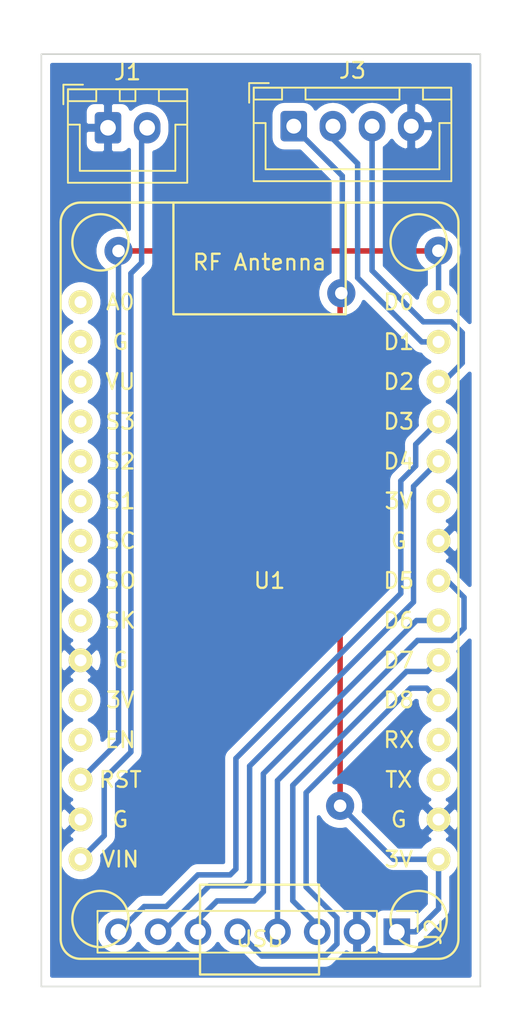
<source format=kicad_pcb>
(kicad_pcb (version 20171130) (host pcbnew 5.1.5+dfsg1-2)

  (general
    (thickness 1.6)
    (drawings 4)
    (tracks 92)
    (zones 0)
    (modules 4)
    (nets 13)
  )

  (page A4)
  (layers
    (0 F.Cu signal)
    (31 B.Cu signal)
    (32 B.Adhes user)
    (33 F.Adhes user)
    (34 B.Paste user)
    (35 F.Paste user)
    (36 B.SilkS user)
    (37 F.SilkS user)
    (38 B.Mask user)
    (39 F.Mask user)
    (40 Dwgs.User user)
    (41 Cmts.User user)
    (42 Eco1.User user)
    (43 Eco2.User user)
    (44 Edge.Cuts user)
    (45 Margin user)
    (46 B.CrtYd user)
    (47 F.CrtYd user)
    (48 B.Fab user)
    (49 F.Fab user)
  )

  (setup
    (last_trace_width 0.35)
    (user_trace_width 0.35)
    (trace_clearance 0.2)
    (zone_clearance 0.508)
    (zone_45_only no)
    (trace_min 0.2)
    (via_size 0.8)
    (via_drill 0.4)
    (via_min_size 0.4)
    (via_min_drill 0.3)
    (user_via 1.8 0.8)
    (uvia_size 0.3)
    (uvia_drill 0.1)
    (uvias_allowed no)
    (uvia_min_size 0.2)
    (uvia_min_drill 0.1)
    (edge_width 0.05)
    (segment_width 0.2)
    (pcb_text_width 0.3)
    (pcb_text_size 1.5 1.5)
    (mod_edge_width 0.12)
    (mod_text_size 1 1)
    (mod_text_width 0.15)
    (pad_size 1.524 1.524)
    (pad_drill 0.762)
    (pad_to_mask_clearance 0.051)
    (solder_mask_min_width 0.25)
    (aux_axis_origin 0 0)
    (visible_elements FFFFFF7F)
    (pcbplotparams
      (layerselection 0x010fc_ffffffff)
      (usegerberextensions false)
      (usegerberattributes false)
      (usegerberadvancedattributes false)
      (creategerberjobfile false)
      (excludeedgelayer true)
      (linewidth 0.100000)
      (plotframeref false)
      (viasonmask false)
      (mode 1)
      (useauxorigin false)
      (hpglpennumber 1)
      (hpglpenspeed 20)
      (hpglpendiameter 15.000000)
      (psnegative false)
      (psa4output false)
      (plotreference true)
      (plotvalue true)
      (plotinvisibletext false)
      (padsonsilk false)
      (subtractmaskfromsilk false)
      (outputformat 1)
      (mirror false)
      (drillshape 1)
      (scaleselection 1)
      (outputdirectory ""))
  )

  (net 0 "")
  (net 1 GND)
  (net 2 +BATT)
  (net 3 +3V3)
  (net 4 /DIN)
  (net 5 /CLK)
  (net 6 /CS)
  (net 7 /DC)
  (net 8 /RST)
  (net 9 /BUSY)
  (net 10 /BUT1)
  (net 11 /BUT2)
  (net 12 /RST_WUP)

  (net_class Default "Ceci est la Netclass par défaut."
    (clearance 0.2)
    (trace_width 0.25)
    (via_dia 0.8)
    (via_drill 0.4)
    (uvia_dia 0.3)
    (uvia_drill 0.1)
    (add_net +3V3)
    (add_net +BATT)
    (add_net /BUSY)
    (add_net /BUT1)
    (add_net /BUT2)
    (add_net /CLK)
    (add_net /CS)
    (add_net /DC)
    (add_net /DIN)
    (add_net /RST)
    (add_net /RST_WUP)
    (add_net GND)
    (add_net "Net-(U1-Pad18)")
    (add_net "Net-(U1-Pad19)")
  )

  (module Connector_PinHeader_2.54mm:PinHeader_1x08_P2.54mm_Vertical (layer F.Cu) (tedit 59FED5CC) (tstamp 5DEDAB0F)
    (at 148.8694 131.9149 270)
    (descr "Through hole straight pin header, 1x08, 2.54mm pitch, single row")
    (tags "Through hole pin header THT 1x08 2.54mm single row")
    (path /5DE2FD57)
    (fp_text reference J2 (at 0 -2.33 90) (layer F.SilkS)
      (effects (font (size 1 1) (thickness 0.15)))
    )
    (fp_text value CONN_EPAPER (at 0 20.11 90) (layer F.Fab)
      (effects (font (size 1 1) (thickness 0.15)))
    )
    (fp_line (start -0.635 -1.27) (end 1.27 -1.27) (layer F.Fab) (width 0.1))
    (fp_line (start 1.27 -1.27) (end 1.27 19.05) (layer F.Fab) (width 0.1))
    (fp_line (start 1.27 19.05) (end -1.27 19.05) (layer F.Fab) (width 0.1))
    (fp_line (start -1.27 19.05) (end -1.27 -0.635) (layer F.Fab) (width 0.1))
    (fp_line (start -1.27 -0.635) (end -0.635 -1.27) (layer F.Fab) (width 0.1))
    (fp_line (start -1.33 19.11) (end 1.33 19.11) (layer F.SilkS) (width 0.12))
    (fp_line (start -1.33 1.27) (end -1.33 19.11) (layer F.SilkS) (width 0.12))
    (fp_line (start 1.33 1.27) (end 1.33 19.11) (layer F.SilkS) (width 0.12))
    (fp_line (start -1.33 1.27) (end 1.33 1.27) (layer F.SilkS) (width 0.12))
    (fp_line (start -1.33 0) (end -1.33 -1.33) (layer F.SilkS) (width 0.12))
    (fp_line (start -1.33 -1.33) (end 0 -1.33) (layer F.SilkS) (width 0.12))
    (fp_line (start -1.8 -1.8) (end -1.8 19.55) (layer F.CrtYd) (width 0.05))
    (fp_line (start -1.8 19.55) (end 1.8 19.55) (layer F.CrtYd) (width 0.05))
    (fp_line (start 1.8 19.55) (end 1.8 -1.8) (layer F.CrtYd) (width 0.05))
    (fp_line (start 1.8 -1.8) (end -1.8 -1.8) (layer F.CrtYd) (width 0.05))
    (fp_text user %R (at 0 8.89) (layer F.Fab)
      (effects (font (size 1 1) (thickness 0.15)))
    )
    (pad 1 thru_hole rect (at 0 0 270) (size 1.7 1.7) (drill 1) (layers *.Cu *.Mask)
      (net 3 +3V3))
    (pad 2 thru_hole oval (at 0 2.54 270) (size 1.7 1.7) (drill 1) (layers *.Cu *.Mask)
      (net 1 GND))
    (pad 3 thru_hole oval (at 0 5.08 270) (size 1.7 1.7) (drill 1) (layers *.Cu *.Mask)
      (net 4 /DIN))
    (pad 4 thru_hole oval (at 0 7.62 270) (size 1.7 1.7) (drill 1) (layers *.Cu *.Mask)
      (net 5 /CLK))
    (pad 5 thru_hole oval (at 0 10.16 270) (size 1.7 1.7) (drill 1) (layers *.Cu *.Mask)
      (net 6 /CS))
    (pad 6 thru_hole oval (at 0 12.7 270) (size 1.7 1.7) (drill 1) (layers *.Cu *.Mask)
      (net 7 /DC))
    (pad 7 thru_hole oval (at 0 15.24 270) (size 1.7 1.7) (drill 1) (layers *.Cu *.Mask)
      (net 8 /RST))
    (pad 8 thru_hole oval (at 0 17.78 270) (size 1.7 1.7) (drill 1) (layers *.Cu *.Mask)
      (net 9 /BUSY))
    (model ${KISYS3DMOD}/Connector_PinHeader_2.54mm.3dshapes/PinHeader_1x08_P2.54mm_Vertical.wrl
      (at (xyz 0 0 0))
      (scale (xyz 1 1 1))
      (rotate (xyz 0 0 0))
    )
  )

  (module Connector_JST:JST_XH_B2B-XH-A_1x02_P2.50mm_Vertical (layer F.Cu) (tedit 5C28146C) (tstamp 5DEDA013)
    (at 130.429 80.6069)
    (descr "JST XH series connector, B2B-XH-A (http://www.jst-mfg.com/product/pdf/eng/eXH.pdf), generated with kicad-footprint-generator")
    (tags "connector JST XH vertical")
    (path /5DE2849D)
    (fp_text reference J1 (at 1.25 -3.55) (layer F.SilkS)
      (effects (font (size 1 1) (thickness 0.15)))
    )
    (fp_text value CONN_POWER (at 1.25 4.6) (layer F.Fab)
      (effects (font (size 1 1) (thickness 0.15)))
    )
    (fp_line (start -2.45 -2.35) (end -2.45 3.4) (layer F.Fab) (width 0.1))
    (fp_line (start -2.45 3.4) (end 4.95 3.4) (layer F.Fab) (width 0.1))
    (fp_line (start 4.95 3.4) (end 4.95 -2.35) (layer F.Fab) (width 0.1))
    (fp_line (start 4.95 -2.35) (end -2.45 -2.35) (layer F.Fab) (width 0.1))
    (fp_line (start -2.56 -2.46) (end -2.56 3.51) (layer F.SilkS) (width 0.12))
    (fp_line (start -2.56 3.51) (end 5.06 3.51) (layer F.SilkS) (width 0.12))
    (fp_line (start 5.06 3.51) (end 5.06 -2.46) (layer F.SilkS) (width 0.12))
    (fp_line (start 5.06 -2.46) (end -2.56 -2.46) (layer F.SilkS) (width 0.12))
    (fp_line (start -2.95 -2.85) (end -2.95 3.9) (layer F.CrtYd) (width 0.05))
    (fp_line (start -2.95 3.9) (end 5.45 3.9) (layer F.CrtYd) (width 0.05))
    (fp_line (start 5.45 3.9) (end 5.45 -2.85) (layer F.CrtYd) (width 0.05))
    (fp_line (start 5.45 -2.85) (end -2.95 -2.85) (layer F.CrtYd) (width 0.05))
    (fp_line (start -0.625 -2.35) (end 0 -1.35) (layer F.Fab) (width 0.1))
    (fp_line (start 0 -1.35) (end 0.625 -2.35) (layer F.Fab) (width 0.1))
    (fp_line (start 0.75 -2.45) (end 0.75 -1.7) (layer F.SilkS) (width 0.12))
    (fp_line (start 0.75 -1.7) (end 1.75 -1.7) (layer F.SilkS) (width 0.12))
    (fp_line (start 1.75 -1.7) (end 1.75 -2.45) (layer F.SilkS) (width 0.12))
    (fp_line (start 1.75 -2.45) (end 0.75 -2.45) (layer F.SilkS) (width 0.12))
    (fp_line (start -2.55 -2.45) (end -2.55 -1.7) (layer F.SilkS) (width 0.12))
    (fp_line (start -2.55 -1.7) (end -0.75 -1.7) (layer F.SilkS) (width 0.12))
    (fp_line (start -0.75 -1.7) (end -0.75 -2.45) (layer F.SilkS) (width 0.12))
    (fp_line (start -0.75 -2.45) (end -2.55 -2.45) (layer F.SilkS) (width 0.12))
    (fp_line (start 3.25 -2.45) (end 3.25 -1.7) (layer F.SilkS) (width 0.12))
    (fp_line (start 3.25 -1.7) (end 5.05 -1.7) (layer F.SilkS) (width 0.12))
    (fp_line (start 5.05 -1.7) (end 5.05 -2.45) (layer F.SilkS) (width 0.12))
    (fp_line (start 5.05 -2.45) (end 3.25 -2.45) (layer F.SilkS) (width 0.12))
    (fp_line (start -2.55 -0.2) (end -1.8 -0.2) (layer F.SilkS) (width 0.12))
    (fp_line (start -1.8 -0.2) (end -1.8 2.75) (layer F.SilkS) (width 0.12))
    (fp_line (start -1.8 2.75) (end 1.25 2.75) (layer F.SilkS) (width 0.12))
    (fp_line (start 5.05 -0.2) (end 4.3 -0.2) (layer F.SilkS) (width 0.12))
    (fp_line (start 4.3 -0.2) (end 4.3 2.75) (layer F.SilkS) (width 0.12))
    (fp_line (start 4.3 2.75) (end 1.25 2.75) (layer F.SilkS) (width 0.12))
    (fp_line (start -1.6 -2.75) (end -2.85 -2.75) (layer F.SilkS) (width 0.12))
    (fp_line (start -2.85 -2.75) (end -2.85 -1.5) (layer F.SilkS) (width 0.12))
    (fp_text user %R (at 1.25 2.7) (layer F.Fab)
      (effects (font (size 1 1) (thickness 0.15)))
    )
    (pad 1 thru_hole roundrect (at 0 0) (size 1.7 2) (drill 1) (layers *.Cu *.Mask) (roundrect_rratio 0.147059)
      (net 1 GND))
    (pad 2 thru_hole oval (at 2.5 0) (size 1.7 2) (drill 1) (layers *.Cu *.Mask)
      (net 2 +BATT))
    (model ${KISYS3DMOD}/Connector_JST.3dshapes/JST_XH_B2B-XH-A_1x02_P2.50mm_Vertical.wrl
      (at (xyz 0 0 0))
      (scale (xyz 1 1 1))
      (rotate (xyz 0 0 0))
    )
  )

  (module Connector_JST:JST_XH_B4B-XH-A_1x04_P2.50mm_Vertical (layer F.Cu) (tedit 5C28146C) (tstamp 5DEDA06D)
    (at 142.2908 80.5053)
    (descr "JST XH series connector, B4B-XH-A (http://www.jst-mfg.com/product/pdf/eng/eXH.pdf), generated with kicad-footprint-generator")
    (tags "connector JST XH vertical")
    (path /5DED7CB0)
    (fp_text reference J3 (at 3.75 -3.55) (layer F.SilkS)
      (effects (font (size 1 1) (thickness 0.15)))
    )
    (fp_text value CONN_EXT (at 3.75 4.6) (layer F.Fab)
      (effects (font (size 1 1) (thickness 0.15)))
    )
    (fp_line (start -2.45 -2.35) (end -2.45 3.4) (layer F.Fab) (width 0.1))
    (fp_line (start -2.45 3.4) (end 9.95 3.4) (layer F.Fab) (width 0.1))
    (fp_line (start 9.95 3.4) (end 9.95 -2.35) (layer F.Fab) (width 0.1))
    (fp_line (start 9.95 -2.35) (end -2.45 -2.35) (layer F.Fab) (width 0.1))
    (fp_line (start -2.56 -2.46) (end -2.56 3.51) (layer F.SilkS) (width 0.12))
    (fp_line (start -2.56 3.51) (end 10.06 3.51) (layer F.SilkS) (width 0.12))
    (fp_line (start 10.06 3.51) (end 10.06 -2.46) (layer F.SilkS) (width 0.12))
    (fp_line (start 10.06 -2.46) (end -2.56 -2.46) (layer F.SilkS) (width 0.12))
    (fp_line (start -2.95 -2.85) (end -2.95 3.9) (layer F.CrtYd) (width 0.05))
    (fp_line (start -2.95 3.9) (end 10.45 3.9) (layer F.CrtYd) (width 0.05))
    (fp_line (start 10.45 3.9) (end 10.45 -2.85) (layer F.CrtYd) (width 0.05))
    (fp_line (start 10.45 -2.85) (end -2.95 -2.85) (layer F.CrtYd) (width 0.05))
    (fp_line (start -0.625 -2.35) (end 0 -1.35) (layer F.Fab) (width 0.1))
    (fp_line (start 0 -1.35) (end 0.625 -2.35) (layer F.Fab) (width 0.1))
    (fp_line (start 0.75 -2.45) (end 0.75 -1.7) (layer F.SilkS) (width 0.12))
    (fp_line (start 0.75 -1.7) (end 6.75 -1.7) (layer F.SilkS) (width 0.12))
    (fp_line (start 6.75 -1.7) (end 6.75 -2.45) (layer F.SilkS) (width 0.12))
    (fp_line (start 6.75 -2.45) (end 0.75 -2.45) (layer F.SilkS) (width 0.12))
    (fp_line (start -2.55 -2.45) (end -2.55 -1.7) (layer F.SilkS) (width 0.12))
    (fp_line (start -2.55 -1.7) (end -0.75 -1.7) (layer F.SilkS) (width 0.12))
    (fp_line (start -0.75 -1.7) (end -0.75 -2.45) (layer F.SilkS) (width 0.12))
    (fp_line (start -0.75 -2.45) (end -2.55 -2.45) (layer F.SilkS) (width 0.12))
    (fp_line (start 8.25 -2.45) (end 8.25 -1.7) (layer F.SilkS) (width 0.12))
    (fp_line (start 8.25 -1.7) (end 10.05 -1.7) (layer F.SilkS) (width 0.12))
    (fp_line (start 10.05 -1.7) (end 10.05 -2.45) (layer F.SilkS) (width 0.12))
    (fp_line (start 10.05 -2.45) (end 8.25 -2.45) (layer F.SilkS) (width 0.12))
    (fp_line (start -2.55 -0.2) (end -1.8 -0.2) (layer F.SilkS) (width 0.12))
    (fp_line (start -1.8 -0.2) (end -1.8 2.75) (layer F.SilkS) (width 0.12))
    (fp_line (start -1.8 2.75) (end 3.75 2.75) (layer F.SilkS) (width 0.12))
    (fp_line (start 10.05 -0.2) (end 9.3 -0.2) (layer F.SilkS) (width 0.12))
    (fp_line (start 9.3 -0.2) (end 9.3 2.75) (layer F.SilkS) (width 0.12))
    (fp_line (start 9.3 2.75) (end 3.75 2.75) (layer F.SilkS) (width 0.12))
    (fp_line (start -1.6 -2.75) (end -2.85 -2.75) (layer F.SilkS) (width 0.12))
    (fp_line (start -2.85 -2.75) (end -2.85 -1.5) (layer F.SilkS) (width 0.12))
    (fp_text user %R (at 3.75 2.7) (layer F.Fab)
      (effects (font (size 1 1) (thickness 0.15)))
    )
    (pad 1 thru_hole roundrect (at 0 0) (size 1.7 1.95) (drill 0.95) (layers *.Cu *.Mask) (roundrect_rratio 0.147059)
      (net 3 +3V3))
    (pad 2 thru_hole oval (at 2.5 0) (size 1.7 1.95) (drill 0.95) (layers *.Cu *.Mask)
      (net 10 /BUT1))
    (pad 3 thru_hole oval (at 5 0) (size 1.7 1.95) (drill 0.95) (layers *.Cu *.Mask)
      (net 11 /BUT2))
    (pad 4 thru_hole oval (at 7.5 0) (size 1.7 1.95) (drill 0.95) (layers *.Cu *.Mask)
      (net 1 GND))
    (model ${KISYS3DMOD}/Connector_JST.3dshapes/JST_XH_B4B-XH-A_1x04_P2.50mm_Vertical.wrl
      (at (xyz 0 0 0))
      (scale (xyz 1 1 1))
      (rotate (xyz 0 0 0))
    )
  )

  (module ESP8266:ESP12F-Devkit-V3 (layer F.Cu) (tedit 5D62B7F7) (tstamp 5DEDA0C3)
    (at 140.105201 110.780901)
    (path /5DE274F7)
    (fp_text reference U1 (at 0.635 -1.27) (layer F.SilkS)
      (effects (font (size 1 1) (thickness 0.15)))
    )
    (fp_text value "NodeMCU_1.0_(ESP-12E)" (at 0 -6.35) (layer F.Fab)
      (effects (font (size 1 1) (thickness 0.15)))
    )
    (fp_line (start 11.43 22.86) (end 3.81 22.86) (layer F.SilkS) (width 0.15))
    (fp_text user USB (at 0 21.59) (layer F.SilkS)
      (effects (font (size 1 1) (thickness 0.15)))
    )
    (fp_text user "RF Antenna" (at 0 -21.59) (layer F.SilkS)
      (effects (font (size 1 1) (thickness 0.15)))
    )
    (fp_line (start 5.5 -18.27) (end -5.5 -18.27) (layer F.SilkS) (width 0.15))
    (fp_line (start 5.5 -25.4) (end 5.5 -18.27) (layer F.SilkS) (width 0.15))
    (fp_line (start -5.5 -18.27) (end -5.5 -25.4) (layer F.SilkS) (width 0.15))
    (fp_line (start -3.8 23.86) (end -3.8 18.13) (layer F.SilkS) (width 0.15))
    (fp_line (start -3.8 18.13) (end 3.8 18.13) (layer F.SilkS) (width 0.15))
    (fp_line (start 3.8 18.13) (end 3.8 23.86) (layer F.SilkS) (width 0.15))
    (fp_line (start 3.8 23.86) (end -3.8 23.86) (layer F.SilkS) (width 0.15))
    (fp_arc (start -11.43 -24.13) (end -12.7 -24.13) (angle 90) (layer F.SilkS) (width 0.15))
    (fp_arc (start 11.43 -24.13) (end 11.43 -25.4) (angle 90) (layer F.SilkS) (width 0.15))
    (fp_arc (start 11.43 21.59) (end 12.7 21.59) (angle 90) (layer F.SilkS) (width 0.15))
    (fp_arc (start -11.43 21.59) (end -11.43 22.86) (angle 90) (layer F.SilkS) (width 0.15))
    (fp_line (start 12.7 -24.13) (end 12.7 21.59) (layer F.SilkS) (width 0.15))
    (fp_line (start -12.7 -24.13) (end -12.7 21.59) (layer F.SilkS) (width 0.15))
    (fp_line (start -3.81 22.86) (end -11.43 22.86) (layer F.SilkS) (width 0.15))
    (fp_text user VIN (at -8.89 16.51) (layer F.SilkS)
      (effects (font (size 1 1) (thickness 0.15)))
    )
    (fp_text user G (at -8.89 13.97) (layer F.SilkS)
      (effects (font (size 1 1) (thickness 0.15)))
    )
    (fp_text user RST (at -8.89 11.43) (layer F.SilkS)
      (effects (font (size 1 1) (thickness 0.15)))
    )
    (fp_text user EN (at -8.89 8.89) (layer F.SilkS)
      (effects (font (size 1 1) (thickness 0.15)))
    )
    (fp_text user 3V (at -8.89 6.35) (layer F.SilkS)
      (effects (font (size 1 1) (thickness 0.15)))
    )
    (fp_text user G (at -8.89 3.81) (layer F.SilkS)
      (effects (font (size 1 1) (thickness 0.15)))
    )
    (fp_text user SK (at -8.89 1.27) (layer F.SilkS)
      (effects (font (size 1 1) (thickness 0.15)))
    )
    (fp_text user SO (at -8.89 -1.27) (layer F.SilkS)
      (effects (font (size 1 1) (thickness 0.15)))
    )
    (fp_text user SC (at -8.89 -3.81) (layer F.SilkS)
      (effects (font (size 1 1) (thickness 0.15)))
    )
    (fp_text user S1 (at -8.89 -6.35) (layer F.SilkS)
      (effects (font (size 1 1) (thickness 0.15)))
    )
    (fp_text user S2 (at -8.89 -8.89) (layer F.SilkS)
      (effects (font (size 1 1) (thickness 0.15)))
    )
    (fp_text user S3 (at -8.89 -11.43) (layer F.SilkS)
      (effects (font (size 1 1) (thickness 0.15)))
    )
    (fp_text user VU (at -8.89 -13.97) (layer F.SilkS)
      (effects (font (size 1 1) (thickness 0.15)))
    )
    (fp_text user G (at -8.89 -16.51) (layer F.SilkS)
      (effects (font (size 1 1) (thickness 0.15)))
    )
    (fp_text user A0 (at -8.89 -19.05) (layer F.SilkS)
      (effects (font (size 1 1) (thickness 0.15)))
    )
    (fp_text user 3V (at 8.89 16.51) (layer F.SilkS)
      (effects (font (size 1 1) (thickness 0.15)))
    )
    (fp_text user G (at 8.89 13.97) (layer F.SilkS)
      (effects (font (size 1 1) (thickness 0.15)))
    )
    (fp_text user TX (at 8.89 11.43) (layer F.SilkS)
      (effects (font (size 1 1) (thickness 0.15)))
    )
    (fp_text user RX (at 8.89 8.89) (layer F.SilkS)
      (effects (font (size 1 1) (thickness 0.15)))
    )
    (fp_text user D8 (at 8.89 6.35) (layer F.SilkS)
      (effects (font (size 1 1) (thickness 0.15)))
    )
    (fp_text user D7 (at 8.89 3.81) (layer F.SilkS)
      (effects (font (size 1 1) (thickness 0.15)))
    )
    (fp_text user D6 (at 8.89 1.27) (layer F.SilkS)
      (effects (font (size 1 1) (thickness 0.15)))
    )
    (fp_text user D5 (at 8.89 -1.27) (layer F.SilkS)
      (effects (font (size 1 1) (thickness 0.15)))
    )
    (fp_text user G (at 8.89 -3.81) (layer F.SilkS)
      (effects (font (size 1 1) (thickness 0.15)))
    )
    (fp_text user 3V (at 8.89 -6.35) (layer F.SilkS)
      (effects (font (size 1 1) (thickness 0.15)))
    )
    (fp_text user D4 (at 8.89 -8.89) (layer F.SilkS)
      (effects (font (size 1 1) (thickness 0.15)))
    )
    (fp_text user D3 (at 8.89 -11.43) (layer F.SilkS)
      (effects (font (size 1 1) (thickness 0.15)))
    )
    (fp_text user D2 (at 8.89 -13.97) (layer F.SilkS)
      (effects (font (size 1 1) (thickness 0.15)))
    )
    (fp_text user D1 (at 8.89 -16.51) (layer F.SilkS)
      (effects (font (size 1 1) (thickness 0.15)))
    )
    (fp_text user D0 (at 8.89 -19.05) (layer F.SilkS)
      (effects (font (size 1 1) (thickness 0.15)))
    )
    (fp_circle (center 10.16 20.32) (end 11.43 19.05) (layer F.SilkS) (width 0.15))
    (fp_circle (center -10.16 20.32) (end -8.89 19.05) (layer F.SilkS) (width 0.15))
    (fp_circle (center -10.16 -22.86) (end -8.89 -24.13) (layer F.SilkS) (width 0.15))
    (fp_circle (center 10.16 -22.86) (end 11.43 -24.13) (layer F.SilkS) (width 0.15))
    (fp_line (start 11.43 -25.4) (end -11.43 -25.4) (layer F.SilkS) (width 0.15))
    (pad 1 thru_hole circle (at -11.43 -19.05) (size 1.524 1.524) (drill 0.762) (layers *.Cu *.Mask F.SilkS))
    (pad 2 thru_hole circle (at -11.43 -16.51) (size 1.524 1.524) (drill 0.762) (layers *.Cu *.Mask F.SilkS))
    (pad 3 thru_hole circle (at -11.43 -13.97) (size 1.524 1.524) (drill 0.762) (layers *.Cu *.Mask F.SilkS))
    (pad 4 thru_hole circle (at -11.43 -11.43) (size 1.524 1.524) (drill 0.762) (layers *.Cu *.Mask F.SilkS))
    (pad 5 thru_hole circle (at -11.43 -8.89) (size 1.524 1.524) (drill 0.762) (layers *.Cu *.Mask F.SilkS))
    (pad 6 thru_hole circle (at -11.43 -6.35) (size 1.524 1.524) (drill 0.762) (layers *.Cu *.Mask F.SilkS))
    (pad 7 thru_hole circle (at -11.43 -3.81) (size 1.524 1.524) (drill 0.762) (layers *.Cu *.Mask F.SilkS))
    (pad 8 thru_hole circle (at -11.43 -1.27) (size 1.524 1.524) (drill 0.762) (layers *.Cu *.Mask F.SilkS))
    (pad 9 thru_hole circle (at -11.43 1.27) (size 1.524 1.524) (drill 0.762) (layers *.Cu *.Mask F.SilkS))
    (pad 10 thru_hole circle (at -11.43 3.81) (size 1.524 1.524) (drill 0.762) (layers *.Cu *.Mask F.SilkS)
      (net 1 GND))
    (pad 11 thru_hole circle (at -11.43 6.35) (size 1.524 1.524) (drill 0.762) (layers *.Cu *.Mask F.SilkS)
      (net 3 +3V3))
    (pad 12 thru_hole circle (at -11.43 8.89) (size 1.524 1.524) (drill 0.762) (layers *.Cu *.Mask F.SilkS))
    (pad 13 thru_hole circle (at -11.43 11.43) (size 1.524 1.524) (drill 0.762) (layers *.Cu *.Mask F.SilkS)
      (net 12 /RST_WUP))
    (pad 14 thru_hole circle (at -11.43 13.97) (size 1.524 1.524) (drill 0.762) (layers *.Cu *.Mask F.SilkS)
      (net 1 GND))
    (pad 15 thru_hole circle (at -11.43 16.51) (size 1.524 1.524) (drill 0.762) (layers *.Cu *.Mask F.SilkS)
      (net 2 +BATT))
    (pad 16 thru_hole circle (at 11.43 16.51) (size 1.524 1.524) (drill 0.762) (layers *.Cu *.Mask F.SilkS)
      (net 3 +3V3))
    (pad 17 thru_hole circle (at 11.43 13.97) (size 1.524 1.524) (drill 0.762) (layers *.Cu *.Mask F.SilkS)
      (net 1 GND))
    (pad 18 thru_hole circle (at 11.43 11.43) (size 1.524 1.524) (drill 0.762) (layers *.Cu *.Mask F.SilkS))
    (pad 19 thru_hole circle (at 11.43 8.89) (size 1.524 1.524) (drill 0.762) (layers *.Cu *.Mask F.SilkS))
    (pad 20 thru_hole circle (at 11.43 6.35) (size 1.524 1.524) (drill 0.762) (layers *.Cu *.Mask F.SilkS)
      (net 6 /CS))
    (pad 21 thru_hole circle (at 11.43 3.81) (size 1.524 1.524) (drill 0.762) (layers *.Cu *.Mask F.SilkS)
      (net 4 /DIN))
    (pad 22 thru_hole circle (at 11.43 1.27) (size 1.524 1.524) (drill 0.762) (layers *.Cu *.Mask F.SilkS)
      (net 7 /DC))
    (pad 23 thru_hole circle (at 11.43 -1.27) (size 1.524 1.524) (drill 0.762) (layers *.Cu *.Mask F.SilkS)
      (net 5 /CLK))
    (pad 24 thru_hole circle (at 11.43 -3.81) (size 1.524 1.524) (drill 0.762) (layers *.Cu *.Mask F.SilkS)
      (net 1 GND))
    (pad 25 thru_hole circle (at 11.43 -6.35) (size 1.524 1.524) (drill 0.762) (layers *.Cu *.Mask F.SilkS)
      (net 3 +3V3))
    (pad 26 thru_hole circle (at 11.43 -8.89) (size 1.524 1.524) (drill 0.762) (layers *.Cu *.Mask F.SilkS)
      (net 8 /RST))
    (pad 27 thru_hole circle (at 11.43 -11.43) (size 1.524 1.524) (drill 0.762) (layers *.Cu *.Mask F.SilkS)
      (net 9 /BUSY))
    (pad 28 thru_hole circle (at 11.43 -13.97) (size 1.524 1.524) (drill 0.762) (layers *.Cu *.Mask F.SilkS)
      (net 11 /BUT2))
    (pad 29 thru_hole circle (at 11.43 -16.51) (size 1.524 1.524) (drill 0.762) (layers *.Cu *.Mask F.SilkS)
      (net 10 /BUT1))
    (pad 30 thru_hole circle (at 11.43 -19.05) (size 1.524 1.524) (drill 0.762) (layers *.Cu *.Mask F.SilkS)
      (net 12 /RST_WUP))
  )

  (gr_line (start 154.2034 75.9079) (end 154.2034 135.4074) (layer Edge.Cuts) (width 0.1))
  (gr_line (start 126.1745 75.9079) (end 154.2034 75.9079) (layer Edge.Cuts) (width 0.1))
  (gr_line (start 126.1745 135.4074) (end 126.1745 75.9079) (layer Edge.Cuts) (width 0.1))
  (gr_line (start 154.2034 135.4074) (end 126.1745 135.4074) (layer Edge.Cuts) (width 0.1))

  (segment (start 132.5753 89.2175) (end 132.5753 80.9606) (width 0.35) (layer B.Cu) (net 2))
  (segment (start 130.1877 125.778402) (end 130.1877 122.1486) (width 0.35) (layer B.Cu) (net 2))
  (segment (start 132.5753 80.9606) (end 132.929 80.6069) (width 0.35) (layer B.Cu) (net 2))
  (segment (start 128.675201 127.290901) (end 130.1877 125.778402) (width 0.35) (layer B.Cu) (net 2))
  (segment (start 130.1877 122.1486) (end 131.8895 120.4468) (width 0.35) (layer B.Cu) (net 2))
  (segment (start 131.8895 120.4468) (end 131.8895 89.9033) (width 0.35) (layer B.Cu) (net 2))
  (segment (start 131.8895 89.9033) (end 132.5753 89.2175) (width 0.35) (layer B.Cu) (net 2))
  (segment (start 150.0694 131.9149) (end 148.8694 131.9149) (width 0.35) (layer B.Cu) (net 3))
  (segment (start 151.535201 130.449099) (end 150.0694 131.9149) (width 0.35) (layer B.Cu) (net 3))
  (segment (start 151.535201 127.290901) (end 151.535201 130.449099) (width 0.35) (layer B.Cu) (net 3))
  (via (at 145.2499 123.8758) (size 1.8) (drill 0.8) (layers F.Cu B.Cu) (net 3))
  (segment (start 151.535201 127.290901) (end 148.665001 127.290901) (width 0.35) (layer B.Cu) (net 3))
  (segment (start 148.665001 127.290901) (end 145.2499 123.8758) (width 0.35) (layer B.Cu) (net 3))
  (via (at 145.3261 91.1606) (size 1.8) (drill 0.8) (layers F.Cu B.Cu) (net 3))
  (segment (start 145.2499 91.2368) (end 145.3261 91.1606) (width 0.35) (layer F.Cu) (net 3))
  (segment (start 145.2499 123.8758) (end 145.2499 91.2368) (width 0.35) (layer F.Cu) (net 3))
  (segment (start 142.2908 80.5053) (end 142.2908 80.5815) (width 0.35) (layer B.Cu) (net 3))
  (segment (start 145.3896 91.0971) (end 145.3261 91.1606) (width 0.35) (layer B.Cu) (net 3))
  (segment (start 145.3896 83.6803) (end 145.3896 91.0971) (width 0.35) (layer B.Cu) (net 3))
  (segment (start 142.2908 80.5815) (end 145.3896 83.6803) (width 0.35) (layer B.Cu) (net 3))
  (segment (start 143.7894 131.4958) (end 143.7894 131.9149) (width 0.35) (layer B.Cu) (net 4))
  (segment (start 150.822802 115.3033) (end 149.4917 115.3033) (width 0.35) (layer B.Cu) (net 4))
  (segment (start 151.535201 114.590901) (end 150.822802 115.3033) (width 0.35) (layer B.Cu) (net 4))
  (segment (start 149.4917 115.3033) (end 142.2273 122.5677) (width 0.35) (layer B.Cu) (net 4))
  (segment (start 142.2273 122.5677) (end 142.2273 129.9337) (width 0.35) (layer B.Cu) (net 4))
  (segment (start 142.2273 129.9337) (end 143.7894 131.4958) (width 0.35) (layer B.Cu) (net 4))
  (segment (start 141.2494 130.712819) (end 141.2494 131.9149) (width 0.35) (layer B.Cu) (net 5))
  (segment (start 141.2494 122.2629) (end 141.2494 130.712819) (width 0.35) (layer B.Cu) (net 5))
  (segment (start 151.535201 109.510901) (end 152.094001 109.510901) (width 0.35) (layer B.Cu) (net 5))
  (segment (start 152.094001 109.510901) (end 153.162 110.5789) (width 0.35) (layer B.Cu) (net 5))
  (segment (start 153.162 110.5789) (end 153.162 112.5347) (width 0.35) (layer B.Cu) (net 5))
  (segment (start 153.162 112.5347) (end 152.3746 113.3221) (width 0.35) (layer B.Cu) (net 5))
  (segment (start 150.1902 113.3221) (end 141.2494 122.2629) (width 0.35) (layer B.Cu) (net 5))
  (segment (start 152.3746 113.3221) (end 150.1902 113.3221) (width 0.35) (layer B.Cu) (net 5))
  (segment (start 140.2588 133.4643) (end 139.559399 132.764899) (width 0.35) (layer B.Cu) (net 6))
  (segment (start 144.272 133.4643) (end 140.2588 133.4643) (width 0.35) (layer B.Cu) (net 6))
  (segment (start 145.0467 131.0259) (end 145.0467 132.6896) (width 0.35) (layer B.Cu) (net 6))
  (segment (start 150.7744 116.3701) (end 149.7457 116.3701) (width 0.35) (layer B.Cu) (net 6))
  (segment (start 145.0467 132.6896) (end 144.272 133.4643) (width 0.35) (layer B.Cu) (net 6))
  (segment (start 151.535201 117.130901) (end 150.7744 116.3701) (width 0.35) (layer B.Cu) (net 6))
  (segment (start 149.7457 116.3701) (end 143.0782 123.0376) (width 0.35) (layer B.Cu) (net 6))
  (segment (start 143.0782 123.0376) (end 143.0782 129.0574) (width 0.35) (layer B.Cu) (net 6))
  (segment (start 139.559399 132.764899) (end 138.7094 131.9149) (width 0.35) (layer B.Cu) (net 6))
  (segment (start 143.0782 129.0574) (end 145.0467 131.0259) (width 0.35) (layer B.Cu) (net 6))
  (segment (start 136.1694 131.1656) (end 136.1694 131.9149) (width 0.35) (layer B.Cu) (net 7))
  (segment (start 150.127899 112.050901) (end 140.3477 121.8311) (width 0.35) (layer B.Cu) (net 7))
  (segment (start 151.535201 112.050901) (end 150.127899 112.050901) (width 0.35) (layer B.Cu) (net 7))
  (segment (start 140.3477 129.3622) (end 139.7635 129.9464) (width 0.35) (layer B.Cu) (net 7))
  (segment (start 140.3477 121.8311) (end 140.3477 129.3622) (width 0.35) (layer B.Cu) (net 7))
  (segment (start 137.3886 129.9464) (end 136.1694 131.1656) (width 0.35) (layer B.Cu) (net 7))
  (segment (start 139.7635 129.9464) (end 137.3886 129.9464) (width 0.35) (layer B.Cu) (net 7))
  (segment (start 133.9596 131.9149) (end 133.6294 131.9149) (width 0.35) (layer B.Cu) (net 8))
  (segment (start 136.8933 128.9812) (end 133.9596 131.9149) (width 0.35) (layer B.Cu) (net 8))
  (segment (start 151.535201 101.890901) (end 149.9362 103.489902) (width 0.35) (layer B.Cu) (net 8))
  (segment (start 139.1793 128.9812) (end 136.8933 128.9812) (width 0.35) (layer B.Cu) (net 8))
  (segment (start 149.9362 103.489902) (end 149.9362 110.871) (width 0.35) (layer B.Cu) (net 8))
  (segment (start 149.9362 110.871) (end 139.4714 121.3358) (width 0.35) (layer B.Cu) (net 8))
  (segment (start 139.4714 121.3358) (end 139.4714 128.6891) (width 0.35) (layer B.Cu) (net 8))
  (segment (start 139.4714 128.6891) (end 139.1793 128.9812) (width 0.35) (layer B.Cu) (net 8))
  (segment (start 149.1234 110.3249) (end 138.5951 120.8532) (width 0.35) (layer B.Cu) (net 9))
  (segment (start 150.0759 100.810202) (end 150.0759 102.1842) (width 0.35) (layer B.Cu) (net 9))
  (segment (start 149.1234 103.1367) (end 149.1234 110.3249) (width 0.35) (layer B.Cu) (net 9))
  (segment (start 150.0759 102.1842) (end 149.1234 103.1367) (width 0.35) (layer B.Cu) (net 9))
  (segment (start 132.7404 130.302) (end 131.1275 131.9149) (width 0.35) (layer B.Cu) (net 9))
  (segment (start 138.2268 128.2827) (end 136.1694 128.2827) (width 0.35) (layer B.Cu) (net 9))
  (segment (start 151.535201 99.350901) (end 150.0759 100.810202) (width 0.35) (layer B.Cu) (net 9))
  (segment (start 138.5951 120.8532) (end 138.5951 127.9144) (width 0.35) (layer B.Cu) (net 9))
  (segment (start 136.1694 128.2827) (end 134.1501 130.302) (width 0.35) (layer B.Cu) (net 9))
  (segment (start 131.1275 131.9149) (end 131.0894 131.9149) (width 0.35) (layer B.Cu) (net 9))
  (segment (start 134.1501 130.302) (end 132.7404 130.302) (width 0.35) (layer B.Cu) (net 9))
  (segment (start 138.5951 127.9144) (end 138.2268 128.2827) (width 0.35) (layer B.Cu) (net 9))
  (segment (start 144.7908 81.3162) (end 144.7908 80.5053) (width 0.35) (layer B.Cu) (net 10))
  (segment (start 146.3675 82.8929) (end 144.7908 81.3162) (width 0.35) (layer B.Cu) (net 10))
  (segment (start 146.3675 90.18083) (end 146.3675 82.8929) (width 0.35) (layer B.Cu) (net 10))
  (segment (start 151.535201 94.270901) (end 150.457571 94.270901) (width 0.35) (layer B.Cu) (net 10))
  (segment (start 150.457571 94.270901) (end 146.3675 90.18083) (width 0.35) (layer B.Cu) (net 10))
  (segment (start 147.2908 81.8303) (end 147.2908 80.5053) (width 0.35) (layer B.Cu) (net 11))
  (segment (start 147.2908 89.7217) (end 147.2908 81.8303) (width 0.35) (layer B.Cu) (net 11))
  (segment (start 151.855099 96.810901) (end 153.0477 95.6183) (width 0.35) (layer B.Cu) (net 11))
  (segment (start 151.535201 96.810901) (end 151.855099 96.810901) (width 0.35) (layer B.Cu) (net 11))
  (segment (start 153.0477 95.6183) (end 153.0477 93.6879) (width 0.35) (layer B.Cu) (net 11))
  (segment (start 153.0477 93.6879) (end 152.3492 92.9894) (width 0.35) (layer B.Cu) (net 11))
  (segment (start 150.5585 92.9894) (end 147.2908 89.7217) (width 0.35) (layer B.Cu) (net 11))
  (segment (start 152.3492 92.9894) (end 150.5585 92.9894) (width 0.35) (layer B.Cu) (net 11))
  (via (at 131.1021 88.4682) (size 1.8) (drill 0.8) (layers F.Cu B.Cu) (net 12))
  (segment (start 131.1021 119.784002) (end 128.675201 122.210901) (width 0.35) (layer B.Cu) (net 12))
  (segment (start 131.1021 88.4682) (end 131.1021 119.784002) (width 0.35) (layer B.Cu) (net 12))
  (via (at 151.523698 88.4555) (size 1.8) (drill 0.8) (layers F.Cu B.Cu) (net 12))
  (segment (start 151.535201 91.730901) (end 151.535201 88.467003) (width 0.35) (layer B.Cu) (net 12))
  (segment (start 151.535201 88.467003) (end 151.523698 88.4555) (width 0.35) (layer B.Cu) (net 12))
  (segment (start 151.510998 88.4682) (end 151.523698 88.4555) (width 0.35) (layer F.Cu) (net 12))
  (segment (start 131.1021 88.4682) (end 151.510998 88.4682) (width 0.35) (layer F.Cu) (net 12))

  (zone (net 1) (net_name GND) (layer B.Cu) (tstamp 0) (hatch edge 0.508)
    (connect_pads (clearance 0.508))
    (min_thickness 0.254)
    (fill yes (arc_segments 32) (thermal_gap 0.508) (thermal_bridge_width 0.508))
    (polygon
      (pts
        (xy 155.9814 137.8077) (xy 123.5329 137.8077) (xy 123.5329 72.8345) (xy 124.5489 72.8345) (xy 155.9814 72.4535)
      )
    )
    (filled_polygon
      (pts
        (xy 153.5184 93.013087) (xy 152.950099 92.444787) (xy 152.924728 92.413872) (xy 152.805079 92.31568) (xy 152.878515 92.138391)
        (xy 152.932201 91.868493) (xy 152.932201 91.593309) (xy 152.878515 91.323411) (xy 152.773206 91.069174) (xy 152.620321 90.840366)
        (xy 152.425736 90.645781) (xy 152.345201 90.591969) (xy 152.345201 89.752718) (xy 152.502203 89.647812) (xy 152.71601 89.434005)
        (xy 152.883997 89.182595) (xy 152.999709 88.903243) (xy 153.058698 88.606684) (xy 153.058698 88.304316) (xy 152.999709 88.007757)
        (xy 152.883997 87.728405) (xy 152.71601 87.476995) (xy 152.502203 87.263188) (xy 152.250793 87.095201) (xy 151.971441 86.979489)
        (xy 151.674882 86.9205) (xy 151.372514 86.9205) (xy 151.075955 86.979489) (xy 150.796603 87.095201) (xy 150.545193 87.263188)
        (xy 150.331386 87.476995) (xy 150.163399 87.728405) (xy 150.047687 88.007757) (xy 149.988698 88.304316) (xy 149.988698 88.606684)
        (xy 150.047687 88.903243) (xy 150.163399 89.182595) (xy 150.331386 89.434005) (xy 150.545193 89.647812) (xy 150.725202 89.76809)
        (xy 150.725201 90.591969) (xy 150.644666 90.645781) (xy 150.450081 90.840366) (xy 150.297196 91.069174) (xy 150.191887 91.323411)
        (xy 150.166359 91.451747) (xy 148.1008 89.386188) (xy 148.1008 81.881169) (xy 148.119814 81.871006) (xy 148.345934 81.685434)
        (xy 148.531506 81.459314) (xy 148.545262 81.433578) (xy 148.701751 81.639729) (xy 148.919607 81.832796) (xy 149.170942 81.979652)
        (xy 149.43391 82.071776) (xy 149.6638 81.950455) (xy 149.6638 80.6323) (xy 149.9178 80.6323) (xy 149.9178 81.950455)
        (xy 150.14769 82.071776) (xy 150.410658 81.979652) (xy 150.661993 81.832796) (xy 150.879849 81.639729) (xy 151.055853 81.40787)
        (xy 151.183242 81.14613) (xy 151.25712 80.864567) (xy 151.116965 80.6323) (xy 149.9178 80.6323) (xy 149.6638 80.6323)
        (xy 149.6438 80.6323) (xy 149.6438 80.3783) (xy 149.6638 80.3783) (xy 149.6638 79.060145) (xy 149.9178 79.060145)
        (xy 149.9178 80.3783) (xy 151.116965 80.3783) (xy 151.25712 80.146033) (xy 151.183242 79.86447) (xy 151.055853 79.60273)
        (xy 150.879849 79.370871) (xy 150.661993 79.177804) (xy 150.410658 79.030948) (xy 150.14769 78.938824) (xy 149.9178 79.060145)
        (xy 149.6638 79.060145) (xy 149.43391 78.938824) (xy 149.170942 79.030948) (xy 148.919607 79.177804) (xy 148.701751 79.370871)
        (xy 148.545262 79.577022) (xy 148.531506 79.551286) (xy 148.345934 79.325166) (xy 148.119813 79.139594) (xy 147.861833 79.001701)
        (xy 147.58191 78.916787) (xy 147.2908 78.888115) (xy 146.999689 78.916787) (xy 146.719766 79.001701) (xy 146.461786 79.139594)
        (xy 146.235666 79.325166) (xy 146.050094 79.551287) (xy 146.0408 79.568674) (xy 146.031506 79.551286) (xy 145.845934 79.325166)
        (xy 145.619813 79.139594) (xy 145.361833 79.001701) (xy 145.08191 78.916787) (xy 144.7908 78.888115) (xy 144.499689 78.916787)
        (xy 144.219766 79.001701) (xy 143.961786 79.139594) (xy 143.735666 79.325166) (xy 143.683577 79.388637) (xy 143.629205 79.286914)
        (xy 143.518762 79.152338) (xy 143.384186 79.041895) (xy 143.23065 78.959828) (xy 143.064054 78.909292) (xy 142.8908 78.892228)
        (xy 141.6908 78.892228) (xy 141.517546 78.909292) (xy 141.35095 78.959828) (xy 141.197414 79.041895) (xy 141.062838 79.152338)
        (xy 140.952395 79.286914) (xy 140.870328 79.44045) (xy 140.819792 79.607046) (xy 140.802728 79.7803) (xy 140.802728 81.2303)
        (xy 140.819792 81.403554) (xy 140.870328 81.57015) (xy 140.952395 81.723686) (xy 141.062838 81.858262) (xy 141.197414 81.968705)
        (xy 141.35095 82.050772) (xy 141.517546 82.101308) (xy 141.6908 82.118372) (xy 142.68216 82.118372) (xy 144.5796 84.015812)
        (xy 144.579601 89.813266) (xy 144.347595 89.968288) (xy 144.133788 90.182095) (xy 143.965801 90.433505) (xy 143.850089 90.712857)
        (xy 143.7911 91.009416) (xy 143.7911 91.311784) (xy 143.850089 91.608343) (xy 143.965801 91.887695) (xy 144.133788 92.139105)
        (xy 144.347595 92.352912) (xy 144.599005 92.520899) (xy 144.878357 92.636611) (xy 145.174916 92.6956) (xy 145.477284 92.6956)
        (xy 145.773843 92.636611) (xy 146.053195 92.520899) (xy 146.304605 92.352912) (xy 146.518412 92.139105) (xy 146.686399 91.887695)
        (xy 146.757412 91.716255) (xy 149.856676 94.815519) (xy 149.882043 94.846429) (xy 149.912951 94.871794) (xy 150.005381 94.94765)
        (xy 150.080595 94.987852) (xy 150.146098 95.022864) (xy 150.298783 95.069181) (xy 150.394754 95.078633) (xy 150.450081 95.161436)
        (xy 150.644666 95.356021) (xy 150.873474 95.508906) (xy 150.950716 95.540901) (xy 150.873474 95.572896) (xy 150.644666 95.725781)
        (xy 150.450081 95.920366) (xy 150.297196 96.149174) (xy 150.191887 96.403411) (xy 150.138201 96.673309) (xy 150.138201 96.948493)
        (xy 150.191887 97.218391) (xy 150.297196 97.472628) (xy 150.450081 97.701436) (xy 150.644666 97.896021) (xy 150.873474 98.048906)
        (xy 150.950716 98.080901) (xy 150.873474 98.112896) (xy 150.644666 98.265781) (xy 150.450081 98.460366) (xy 150.297196 98.689174)
        (xy 150.191887 98.943411) (xy 150.138201 99.213309) (xy 150.138201 99.488493) (xy 150.157097 99.583492) (xy 149.531287 100.209303)
        (xy 149.500372 100.234674) (xy 149.430603 100.319689) (xy 149.399151 100.358013) (xy 149.358949 100.433227) (xy 149.323937 100.49873)
        (xy 149.27762 100.651415) (xy 149.273405 100.694215) (xy 149.261981 100.810202) (xy 149.2659 100.849991) (xy 149.265901 101.848687)
        (xy 148.578787 102.535801) (xy 148.547872 102.561172) (xy 148.486144 102.636389) (xy 148.446651 102.684511) (xy 148.422967 102.728821)
        (xy 148.371437 102.825228) (xy 148.32512 102.977913) (xy 148.314318 103.087587) (xy 148.309481 103.1367) (xy 148.3134 103.176488)
        (xy 148.313401 109.989386) (xy 138.050488 120.2523) (xy 138.019572 120.277672) (xy 137.952394 120.35953) (xy 137.918351 120.401011)
        (xy 137.893877 120.4468) (xy 137.843137 120.541728) (xy 137.79682 120.694413) (xy 137.7851 120.813409) (xy 137.781181 120.8532)
        (xy 137.7851 120.892988) (xy 137.785101 127.4727) (xy 136.209187 127.4727) (xy 136.169399 127.468781) (xy 136.129611 127.4727)
        (xy 136.129609 127.4727) (xy 136.010612 127.48442) (xy 135.857927 127.530737) (xy 135.717211 127.605951) (xy 135.593872 127.707172)
        (xy 135.568507 127.73808) (xy 133.814588 129.492) (xy 132.780187 129.492) (xy 132.740399 129.488081) (xy 132.700611 129.492)
        (xy 132.700609 129.492) (xy 132.581612 129.50372) (xy 132.428927 129.550037) (xy 132.368956 129.582092) (xy 132.28821 129.625251)
        (xy 132.248368 129.657949) (xy 132.164872 129.726472) (xy 132.139507 129.75738) (xy 131.428608 130.46828) (xy 131.23566 130.4299)
        (xy 130.94314 130.4299) (xy 130.656242 130.486968) (xy 130.385989 130.59891) (xy 130.142768 130.761425) (xy 129.935925 130.968268)
        (xy 129.77341 131.211489) (xy 129.661468 131.481742) (xy 129.6044 131.76864) (xy 129.6044 132.06116) (xy 129.661468 132.348058)
        (xy 129.77341 132.618311) (xy 129.935925 132.861532) (xy 130.142768 133.068375) (xy 130.385989 133.23089) (xy 130.656242 133.342832)
        (xy 130.94314 133.3999) (xy 131.23566 133.3999) (xy 131.522558 133.342832) (xy 131.792811 133.23089) (xy 132.036032 133.068375)
        (xy 132.242875 132.861532) (xy 132.3594 132.68714) (xy 132.475925 132.861532) (xy 132.682768 133.068375) (xy 132.925989 133.23089)
        (xy 133.196242 133.342832) (xy 133.48314 133.3999) (xy 133.77566 133.3999) (xy 134.062558 133.342832) (xy 134.332811 133.23089)
        (xy 134.576032 133.068375) (xy 134.782875 132.861532) (xy 134.8994 132.68714) (xy 135.015925 132.861532) (xy 135.222768 133.068375)
        (xy 135.465989 133.23089) (xy 135.736242 133.342832) (xy 136.02314 133.3999) (xy 136.31566 133.3999) (xy 136.602558 133.342832)
        (xy 136.872811 133.23089) (xy 137.116032 133.068375) (xy 137.322875 132.861532) (xy 137.4394 132.68714) (xy 137.555925 132.861532)
        (xy 137.762768 133.068375) (xy 138.005989 133.23089) (xy 138.276242 133.342832) (xy 138.56314 133.3999) (xy 138.85566 133.3999)
        (xy 139.016829 133.367841) (xy 139.657905 134.008918) (xy 139.683272 134.039828) (xy 139.75101 134.095419) (xy 139.80661 134.141049)
        (xy 139.881824 134.181251) (xy 139.947327 134.216263) (xy 140.100012 134.26258) (xy 140.219009 134.2743) (xy 140.219011 134.2743)
        (xy 140.258799 134.278219) (xy 140.298587 134.2743) (xy 144.232212 134.2743) (xy 144.272 134.278219) (xy 144.311788 134.2743)
        (xy 144.311791 134.2743) (xy 144.430788 134.26258) (xy 144.583473 134.216263) (xy 144.724189 134.141049) (xy 144.847528 134.039828)
        (xy 144.872899 134.008913) (xy 145.591318 133.290495) (xy 145.622228 133.265128) (xy 145.651805 133.229088) (xy 145.825301 133.311725)
        (xy 145.97251 133.356376) (xy 146.2024 133.235055) (xy 146.2024 132.0419) (xy 146.1824 132.0419) (xy 146.1824 131.7879)
        (xy 146.2024 131.7879) (xy 146.2024 130.594745) (xy 145.97251 130.473424) (xy 145.825301 130.518075) (xy 145.719246 130.56859)
        (xy 145.622228 130.450372) (xy 145.591319 130.425006) (xy 143.8882 128.721888) (xy 143.8882 124.599513) (xy 143.889601 124.602895)
        (xy 144.057588 124.854305) (xy 144.271395 125.068112) (xy 144.522805 125.236099) (xy 144.802157 125.351811) (xy 145.098716 125.4108)
        (xy 145.401084 125.4108) (xy 145.599851 125.371263) (xy 148.064106 127.835519) (xy 148.089473 127.866429) (xy 148.147926 127.9144)
        (xy 148.212811 127.96765) (xy 148.288025 128.007852) (xy 148.353528 128.042864) (xy 148.506213 128.089181) (xy 148.62521 128.100901)
        (xy 148.625212 128.100901) (xy 148.665 128.10482) (xy 148.704788 128.100901) (xy 150.396269 128.100901) (xy 150.450081 128.181436)
        (xy 150.644666 128.376021) (xy 150.725201 128.429833) (xy 150.725202 130.113585) (xy 150.195145 130.643642) (xy 150.170585 130.613715)
        (xy 150.073894 130.534363) (xy 149.96358 130.475398) (xy 149.843882 130.439088) (xy 149.7194 130.426828) (xy 148.0194 130.426828)
        (xy 147.894918 130.439088) (xy 147.77522 130.475398) (xy 147.664906 130.534363) (xy 147.568215 130.613715) (xy 147.488863 130.710406)
        (xy 147.429898 130.82072) (xy 147.405434 130.901366) (xy 147.329669 130.817312) (xy 147.09632 130.643259) (xy 146.833499 130.518075)
        (xy 146.68629 130.473424) (xy 146.4564 130.594745) (xy 146.4564 131.7879) (xy 146.4764 131.7879) (xy 146.4764 132.0419)
        (xy 146.4564 132.0419) (xy 146.4564 133.235055) (xy 146.68629 133.356376) (xy 146.833499 133.311725) (xy 147.09632 133.186541)
        (xy 147.329669 133.012488) (xy 147.405434 132.928434) (xy 147.429898 133.00908) (xy 147.488863 133.119394) (xy 147.568215 133.216085)
        (xy 147.664906 133.295437) (xy 147.77522 133.354402) (xy 147.894918 133.390712) (xy 148.0194 133.402972) (xy 149.7194 133.402972)
        (xy 149.843882 133.390712) (xy 149.96358 133.354402) (xy 150.073894 133.295437) (xy 150.170585 133.216085) (xy 150.249937 133.119394)
        (xy 150.308902 133.00908) (xy 150.345212 132.889382) (xy 150.357472 132.7649) (xy 150.357472 132.673962) (xy 150.380873 132.666863)
        (xy 150.521589 132.591649) (xy 150.644928 132.490428) (xy 150.670299 132.459513) (xy 152.079819 131.049994) (xy 152.110729 131.024627)
        (xy 152.21195 130.901288) (xy 152.22465 130.877528) (xy 152.287164 130.760573) (xy 152.306291 130.69752) (xy 152.333481 130.607887)
        (xy 152.345201 130.48889) (xy 152.345201 130.488887) (xy 152.34912 130.449099) (xy 152.345201 130.409311) (xy 152.345201 128.429833)
        (xy 152.425736 128.376021) (xy 152.620321 128.181436) (xy 152.773206 127.952628) (xy 152.878515 127.698391) (xy 152.932201 127.428493)
        (xy 152.932201 127.153309) (xy 152.878515 126.883411) (xy 152.773206 126.629174) (xy 152.620321 126.400366) (xy 152.425736 126.205781)
        (xy 152.196928 126.052896) (xy 152.125258 126.023209) (xy 152.138224 126.018537) (xy 152.254181 125.956557) (xy 152.321161 125.716466)
        (xy 151.535201 124.930506) (xy 150.749241 125.716466) (xy 150.816221 125.956557) (xy 150.951961 126.020386) (xy 150.873474 126.052896)
        (xy 150.644666 126.205781) (xy 150.450081 126.400366) (xy 150.396269 126.480901) (xy 149.000514 126.480901) (xy 147.342531 124.822918)
        (xy 150.133291 124.822918) (xy 150.174279 125.095034) (xy 150.267565 125.353924) (xy 150.329545 125.469881) (xy 150.569636 125.536861)
        (xy 151.355596 124.750901) (xy 151.714806 124.750901) (xy 152.500766 125.536861) (xy 152.740857 125.469881) (xy 152.857957 125.220853)
        (xy 152.924224 124.953766) (xy 152.937111 124.678884) (xy 152.896123 124.406768) (xy 152.802837 124.147878) (xy 152.740857 124.031921)
        (xy 152.500766 123.964941) (xy 151.714806 124.750901) (xy 151.355596 124.750901) (xy 150.569636 123.964941) (xy 150.329545 124.031921)
        (xy 150.212445 124.280949) (xy 150.146178 124.548036) (xy 150.133291 124.822918) (xy 147.342531 124.822918) (xy 146.745363 124.225751)
        (xy 146.7849 124.026984) (xy 146.7849 123.724616) (xy 146.725911 123.428057) (xy 146.610199 123.148705) (xy 146.442212 122.897295)
        (xy 146.228405 122.683488) (xy 145.976995 122.515501) (xy 145.697643 122.399789) (xy 145.401084 122.3408) (xy 145.098716 122.3408)
        (xy 144.876264 122.385048) (xy 150.081213 117.1801) (xy 150.138201 117.1801) (xy 150.138201 117.268493) (xy 150.191887 117.538391)
        (xy 150.297196 117.792628) (xy 150.450081 118.021436) (xy 150.644666 118.216021) (xy 150.873474 118.368906) (xy 150.950716 118.400901)
        (xy 150.873474 118.432896) (xy 150.644666 118.585781) (xy 150.450081 118.780366) (xy 150.297196 119.009174) (xy 150.191887 119.263411)
        (xy 150.138201 119.533309) (xy 150.138201 119.808493) (xy 150.191887 120.078391) (xy 150.297196 120.332628) (xy 150.450081 120.561436)
        (xy 150.644666 120.756021) (xy 150.873474 120.908906) (xy 150.950716 120.940901) (xy 150.873474 120.972896) (xy 150.644666 121.125781)
        (xy 150.450081 121.320366) (xy 150.297196 121.549174) (xy 150.191887 121.803411) (xy 150.138201 122.073309) (xy 150.138201 122.348493)
        (xy 150.191887 122.618391) (xy 150.297196 122.872628) (xy 150.450081 123.101436) (xy 150.644666 123.296021) (xy 150.873474 123.448906)
        (xy 150.945144 123.478593) (xy 150.932178 123.483265) (xy 150.816221 123.545245) (xy 150.749241 123.785336) (xy 151.535201 124.571296)
        (xy 152.321161 123.785336) (xy 152.254181 123.545245) (xy 152.118441 123.481416) (xy 152.196928 123.448906) (xy 152.425736 123.296021)
        (xy 152.620321 123.101436) (xy 152.773206 122.872628) (xy 152.878515 122.618391) (xy 152.932201 122.348493) (xy 152.932201 122.073309)
        (xy 152.878515 121.803411) (xy 152.773206 121.549174) (xy 152.620321 121.320366) (xy 152.425736 121.125781) (xy 152.196928 120.972896)
        (xy 152.119686 120.940901) (xy 152.196928 120.908906) (xy 152.425736 120.756021) (xy 152.620321 120.561436) (xy 152.773206 120.332628)
        (xy 152.878515 120.078391) (xy 152.932201 119.808493) (xy 152.932201 119.533309) (xy 152.878515 119.263411) (xy 152.773206 119.009174)
        (xy 152.620321 118.780366) (xy 152.425736 118.585781) (xy 152.196928 118.432896) (xy 152.119686 118.400901) (xy 152.196928 118.368906)
        (xy 152.425736 118.216021) (xy 152.620321 118.021436) (xy 152.773206 117.792628) (xy 152.878515 117.538391) (xy 152.932201 117.268493)
        (xy 152.932201 116.993309) (xy 152.878515 116.723411) (xy 152.773206 116.469174) (xy 152.620321 116.240366) (xy 152.425736 116.045781)
        (xy 152.196928 115.892896) (xy 152.119686 115.860901) (xy 152.196928 115.828906) (xy 152.425736 115.676021) (xy 152.620321 115.481436)
        (xy 152.773206 115.252628) (xy 152.878515 114.998391) (xy 152.932201 114.728493) (xy 152.932201 114.453309) (xy 152.878515 114.183411)
        (xy 152.806548 114.009668) (xy 152.826789 113.998849) (xy 152.950128 113.897628) (xy 152.975499 113.866713) (xy 153.518401 113.323812)
        (xy 153.518401 134.7224) (xy 126.8595 134.7224) (xy 126.8595 124.822918) (xy 127.273291 124.822918) (xy 127.314279 125.095034)
        (xy 127.407565 125.353924) (xy 127.469545 125.469881) (xy 127.709636 125.536861) (xy 128.495596 124.750901) (xy 127.709636 123.964941)
        (xy 127.469545 124.031921) (xy 127.352445 124.280949) (xy 127.286178 124.548036) (xy 127.273291 124.822918) (xy 126.8595 124.822918)
        (xy 126.8595 116.993309) (xy 127.278201 116.993309) (xy 127.278201 117.268493) (xy 127.331887 117.538391) (xy 127.437196 117.792628)
        (xy 127.590081 118.021436) (xy 127.784666 118.216021) (xy 128.013474 118.368906) (xy 128.090716 118.400901) (xy 128.013474 118.432896)
        (xy 127.784666 118.585781) (xy 127.590081 118.780366) (xy 127.437196 119.009174) (xy 127.331887 119.263411) (xy 127.278201 119.533309)
        (xy 127.278201 119.808493) (xy 127.331887 120.078391) (xy 127.437196 120.332628) (xy 127.590081 120.561436) (xy 127.784666 120.756021)
        (xy 128.013474 120.908906) (xy 128.090716 120.940901) (xy 128.013474 120.972896) (xy 127.784666 121.125781) (xy 127.590081 121.320366)
        (xy 127.437196 121.549174) (xy 127.331887 121.803411) (xy 127.278201 122.073309) (xy 127.278201 122.348493) (xy 127.331887 122.618391)
        (xy 127.437196 122.872628) (xy 127.590081 123.101436) (xy 127.784666 123.296021) (xy 128.013474 123.448906) (xy 128.085144 123.478593)
        (xy 128.072178 123.483265) (xy 127.956221 123.545245) (xy 127.889241 123.785336) (xy 128.675201 124.571296) (xy 128.689344 124.557154)
        (xy 128.868949 124.736759) (xy 128.854806 124.750901) (xy 128.868949 124.765044) (xy 128.689344 124.944649) (xy 128.675201 124.930506)
        (xy 127.889241 125.716466) (xy 127.956221 125.956557) (xy 128.091961 126.020386) (xy 128.013474 126.052896) (xy 127.784666 126.205781)
        (xy 127.590081 126.400366) (xy 127.437196 126.629174) (xy 127.331887 126.883411) (xy 127.278201 127.153309) (xy 127.278201 127.428493)
        (xy 127.331887 127.698391) (xy 127.437196 127.952628) (xy 127.590081 128.181436) (xy 127.784666 128.376021) (xy 128.013474 128.528906)
        (xy 128.267711 128.634215) (xy 128.537609 128.687901) (xy 128.812793 128.687901) (xy 129.082691 128.634215) (xy 129.336928 128.528906)
        (xy 129.565736 128.376021) (xy 129.760321 128.181436) (xy 129.913206 127.952628) (xy 130.018515 127.698391) (xy 130.072201 127.428493)
        (xy 130.072201 127.153309) (xy 130.053305 127.05831) (xy 130.732319 126.379296) (xy 130.763228 126.35393) (xy 130.864449 126.230591)
        (xy 130.906023 126.152811) (xy 130.939663 126.089876) (xy 130.961303 126.018537) (xy 130.98598 125.93719) (xy 130.9977 125.818193)
        (xy 130.9977 125.81819) (xy 131.001619 125.778402) (xy 130.9977 125.738614) (xy 130.9977 122.484112) (xy 132.434119 121.047694)
        (xy 132.465028 121.022328) (xy 132.566249 120.898989) (xy 132.590724 120.8532) (xy 132.641463 120.758274) (xy 132.660835 120.694412)
        (xy 132.68778 120.605588) (xy 132.6995 120.486591) (xy 132.6995 120.486588) (xy 132.703419 120.4468) (xy 132.6995 120.407012)
        (xy 132.6995 90.238812) (xy 133.119919 89.818394) (xy 133.150828 89.793028) (xy 133.252049 89.669689) (xy 133.256954 89.660512)
        (xy 133.327263 89.528974) (xy 133.352219 89.446705) (xy 133.37358 89.376288) (xy 133.3853 89.257291) (xy 133.3853 89.257288)
        (xy 133.389219 89.2175) (xy 133.3853 89.177712) (xy 133.3853 82.170303) (xy 133.500034 82.135499) (xy 133.758014 81.997606)
        (xy 133.984134 81.812034) (xy 134.169706 81.585914) (xy 134.307599 81.327933) (xy 134.392513 81.04801) (xy 134.414 80.829849)
        (xy 134.414 80.38395) (xy 134.392513 80.165789) (xy 134.307599 79.885866) (xy 134.169706 79.627886) (xy 133.984134 79.401766)
        (xy 133.758013 79.216194) (xy 133.500033 79.078301) (xy 133.22011 78.993387) (xy 132.929 78.964715) (xy 132.637889 78.993387)
        (xy 132.357966 79.078301) (xy 132.099986 79.216194) (xy 131.879055 79.397508) (xy 131.868502 79.36272) (xy 131.809537 79.252406)
        (xy 131.730185 79.155715) (xy 131.633494 79.076363) (xy 131.52318 79.017398) (xy 131.403482 78.981088) (xy 131.279 78.968828)
        (xy 130.71475 78.9719) (xy 130.556 79.13065) (xy 130.556 80.4799) (xy 130.576 80.4799) (xy 130.576 80.7339)
        (xy 130.556 80.7339) (xy 130.556 82.08315) (xy 130.71475 82.2419) (xy 131.279 82.244972) (xy 131.403482 82.232712)
        (xy 131.52318 82.196402) (xy 131.633494 82.137437) (xy 131.730185 82.058085) (xy 131.765301 82.015296) (xy 131.7653 87.081435)
        (xy 131.549843 86.992189) (xy 131.253284 86.9332) (xy 130.950916 86.9332) (xy 130.654357 86.992189) (xy 130.375005 87.107901)
        (xy 130.123595 87.275888) (xy 129.909788 87.489695) (xy 129.741801 87.741105) (xy 129.626089 88.020457) (xy 129.5671 88.317016)
        (xy 129.5671 88.619384) (xy 129.626089 88.915943) (xy 129.741801 89.195295) (xy 129.909788 89.446705) (xy 130.123595 89.660512)
        (xy 130.2921 89.773104) (xy 130.292101 119.448488) (xy 130.072201 119.668388) (xy 130.072201 119.533309) (xy 130.018515 119.263411)
        (xy 129.913206 119.009174) (xy 129.760321 118.780366) (xy 129.565736 118.585781) (xy 129.336928 118.432896) (xy 129.259686 118.400901)
        (xy 129.336928 118.368906) (xy 129.565736 118.216021) (xy 129.760321 118.021436) (xy 129.913206 117.792628) (xy 130.018515 117.538391)
        (xy 130.072201 117.268493) (xy 130.072201 116.993309) (xy 130.018515 116.723411) (xy 129.913206 116.469174) (xy 129.760321 116.240366)
        (xy 129.565736 116.045781) (xy 129.336928 115.892896) (xy 129.265258 115.863209) (xy 129.278224 115.858537) (xy 129.394181 115.796557)
        (xy 129.461161 115.556466) (xy 128.675201 114.770506) (xy 127.889241 115.556466) (xy 127.956221 115.796557) (xy 128.091961 115.860386)
        (xy 128.013474 115.892896) (xy 127.784666 116.045781) (xy 127.590081 116.240366) (xy 127.437196 116.469174) (xy 127.331887 116.723411)
        (xy 127.278201 116.993309) (xy 126.8595 116.993309) (xy 126.8595 114.662918) (xy 127.273291 114.662918) (xy 127.314279 114.935034)
        (xy 127.407565 115.193924) (xy 127.469545 115.309881) (xy 127.709636 115.376861) (xy 128.495596 114.590901) (xy 128.854806 114.590901)
        (xy 129.640766 115.376861) (xy 129.880857 115.309881) (xy 129.997957 115.060853) (xy 130.064224 114.793766) (xy 130.077111 114.518884)
        (xy 130.036123 114.246768) (xy 129.942837 113.987878) (xy 129.880857 113.871921) (xy 129.640766 113.804941) (xy 128.854806 114.590901)
        (xy 128.495596 114.590901) (xy 127.709636 113.804941) (xy 127.469545 113.871921) (xy 127.352445 114.120949) (xy 127.286178 114.388036)
        (xy 127.273291 114.662918) (xy 126.8595 114.662918) (xy 126.8595 91.593309) (xy 127.278201 91.593309) (xy 127.278201 91.868493)
        (xy 127.331887 92.138391) (xy 127.437196 92.392628) (xy 127.590081 92.621436) (xy 127.784666 92.816021) (xy 128.013474 92.968906)
        (xy 128.090716 93.000901) (xy 128.013474 93.032896) (xy 127.784666 93.185781) (xy 127.590081 93.380366) (xy 127.437196 93.609174)
        (xy 127.331887 93.863411) (xy 127.278201 94.133309) (xy 127.278201 94.408493) (xy 127.331887 94.678391) (xy 127.437196 94.932628)
        (xy 127.590081 95.161436) (xy 127.784666 95.356021) (xy 128.013474 95.508906) (xy 128.090716 95.540901) (xy 128.013474 95.572896)
        (xy 127.784666 95.725781) (xy 127.590081 95.920366) (xy 127.437196 96.149174) (xy 127.331887 96.403411) (xy 127.278201 96.673309)
        (xy 127.278201 96.948493) (xy 127.331887 97.218391) (xy 127.437196 97.472628) (xy 127.590081 97.701436) (xy 127.784666 97.896021)
        (xy 128.013474 98.048906) (xy 128.090716 98.080901) (xy 128.013474 98.112896) (xy 127.784666 98.265781) (xy 127.590081 98.460366)
        (xy 127.437196 98.689174) (xy 127.331887 98.943411) (xy 127.278201 99.213309) (xy 127.278201 99.488493) (xy 127.331887 99.758391)
        (xy 127.437196 100.012628) (xy 127.590081 100.241436) (xy 127.784666 100.436021) (xy 128.013474 100.588906) (xy 128.090716 100.620901)
        (xy 128.013474 100.652896) (xy 127.784666 100.805781) (xy 127.590081 101.000366) (xy 127.437196 101.229174) (xy 127.331887 101.483411)
        (xy 127.278201 101.753309) (xy 127.278201 102.028493) (xy 127.331887 102.298391) (xy 127.437196 102.552628) (xy 127.590081 102.781436)
        (xy 127.784666 102.976021) (xy 128.013474 103.128906) (xy 128.090716 103.160901) (xy 128.013474 103.192896) (xy 127.784666 103.345781)
        (xy 127.590081 103.540366) (xy 127.437196 103.769174) (xy 127.331887 104.023411) (xy 127.278201 104.293309) (xy 127.278201 104.568493)
        (xy 127.331887 104.838391) (xy 127.437196 105.092628) (xy 127.590081 105.321436) (xy 127.784666 105.516021) (xy 128.013474 105.668906)
        (xy 128.090716 105.700901) (xy 128.013474 105.732896) (xy 127.784666 105.885781) (xy 127.590081 106.080366) (xy 127.437196 106.309174)
        (xy 127.331887 106.563411) (xy 127.278201 106.833309) (xy 127.278201 107.108493) (xy 127.331887 107.378391) (xy 127.437196 107.632628)
        (xy 127.590081 107.861436) (xy 127.784666 108.056021) (xy 128.013474 108.208906) (xy 128.090716 108.240901) (xy 128.013474 108.272896)
        (xy 127.784666 108.425781) (xy 127.590081 108.620366) (xy 127.437196 108.849174) (xy 127.331887 109.103411) (xy 127.278201 109.373309)
        (xy 127.278201 109.648493) (xy 127.331887 109.918391) (xy 127.437196 110.172628) (xy 127.590081 110.401436) (xy 127.784666 110.596021)
        (xy 128.013474 110.748906) (xy 128.090716 110.780901) (xy 128.013474 110.812896) (xy 127.784666 110.965781) (xy 127.590081 111.160366)
        (xy 127.437196 111.389174) (xy 127.331887 111.643411) (xy 127.278201 111.913309) (xy 127.278201 112.188493) (xy 127.331887 112.458391)
        (xy 127.437196 112.712628) (xy 127.590081 112.941436) (xy 127.784666 113.136021) (xy 128.013474 113.288906) (xy 128.085144 113.318593)
        (xy 128.072178 113.323265) (xy 127.956221 113.385245) (xy 127.889241 113.625336) (xy 128.675201 114.411296) (xy 129.461161 113.625336)
        (xy 129.394181 113.385245) (xy 129.258441 113.321416) (xy 129.336928 113.288906) (xy 129.565736 113.136021) (xy 129.760321 112.941436)
        (xy 129.913206 112.712628) (xy 130.018515 112.458391) (xy 130.072201 112.188493) (xy 130.072201 111.913309) (xy 130.018515 111.643411)
        (xy 129.913206 111.389174) (xy 129.760321 111.160366) (xy 129.565736 110.965781) (xy 129.336928 110.812896) (xy 129.259686 110.780901)
        (xy 129.336928 110.748906) (xy 129.565736 110.596021) (xy 129.760321 110.401436) (xy 129.913206 110.172628) (xy 130.018515 109.918391)
        (xy 130.072201 109.648493) (xy 130.072201 109.373309) (xy 130.018515 109.103411) (xy 129.913206 108.849174) (xy 129.760321 108.620366)
        (xy 129.565736 108.425781) (xy 129.336928 108.272896) (xy 129.259686 108.240901) (xy 129.336928 108.208906) (xy 129.565736 108.056021)
        (xy 129.760321 107.861436) (xy 129.913206 107.632628) (xy 130.018515 107.378391) (xy 130.072201 107.108493) (xy 130.072201 106.833309)
        (xy 130.018515 106.563411) (xy 129.913206 106.309174) (xy 129.760321 106.080366) (xy 129.565736 105.885781) (xy 129.336928 105.732896)
        (xy 129.259686 105.700901) (xy 129.336928 105.668906) (xy 129.565736 105.516021) (xy 129.760321 105.321436) (xy 129.913206 105.092628)
        (xy 130.018515 104.838391) (xy 130.072201 104.568493) (xy 130.072201 104.293309) (xy 130.018515 104.023411) (xy 129.913206 103.769174)
        (xy 129.760321 103.540366) (xy 129.565736 103.345781) (xy 129.336928 103.192896) (xy 129.259686 103.160901) (xy 129.336928 103.128906)
        (xy 129.565736 102.976021) (xy 129.760321 102.781436) (xy 129.913206 102.552628) (xy 130.018515 102.298391) (xy 130.072201 102.028493)
        (xy 130.072201 101.753309) (xy 130.018515 101.483411) (xy 129.913206 101.229174) (xy 129.760321 101.000366) (xy 129.565736 100.805781)
        (xy 129.336928 100.652896) (xy 129.259686 100.620901) (xy 129.336928 100.588906) (xy 129.565736 100.436021) (xy 129.760321 100.241436)
        (xy 129.913206 100.012628) (xy 130.018515 99.758391) (xy 130.072201 99.488493) (xy 130.072201 99.213309) (xy 130.018515 98.943411)
        (xy 129.913206 98.689174) (xy 129.760321 98.460366) (xy 129.565736 98.265781) (xy 129.336928 98.112896) (xy 129.259686 98.080901)
        (xy 129.336928 98.048906) (xy 129.565736 97.896021) (xy 129.760321 97.701436) (xy 129.913206 97.472628) (xy 130.018515 97.218391)
        (xy 130.072201 96.948493) (xy 130.072201 96.673309) (xy 130.018515 96.403411) (xy 129.913206 96.149174) (xy 129.760321 95.920366)
        (xy 129.565736 95.725781) (xy 129.336928 95.572896) (xy 129.259686 95.540901) (xy 129.336928 95.508906) (xy 129.565736 95.356021)
        (xy 129.760321 95.161436) (xy 129.913206 94.932628) (xy 130.018515 94.678391) (xy 130.072201 94.408493) (xy 130.072201 94.133309)
        (xy 130.018515 93.863411) (xy 129.913206 93.609174) (xy 129.760321 93.380366) (xy 129.565736 93.185781) (xy 129.336928 93.032896)
        (xy 129.259686 93.000901) (xy 129.336928 92.968906) (xy 129.565736 92.816021) (xy 129.760321 92.621436) (xy 129.913206 92.392628)
        (xy 130.018515 92.138391) (xy 130.072201 91.868493) (xy 130.072201 91.593309) (xy 130.018515 91.323411) (xy 129.913206 91.069174)
        (xy 129.760321 90.840366) (xy 129.565736 90.645781) (xy 129.336928 90.492896) (xy 129.082691 90.387587) (xy 128.812793 90.333901)
        (xy 128.537609 90.333901) (xy 128.267711 90.387587) (xy 128.013474 90.492896) (xy 127.784666 90.645781) (xy 127.590081 90.840366)
        (xy 127.437196 91.069174) (xy 127.331887 91.323411) (xy 127.278201 91.593309) (xy 126.8595 91.593309) (xy 126.8595 81.6069)
        (xy 128.940928 81.6069) (xy 128.953188 81.731382) (xy 128.989498 81.85108) (xy 129.048463 81.961394) (xy 129.127815 82.058085)
        (xy 129.224506 82.137437) (xy 129.33482 82.196402) (xy 129.454518 82.232712) (xy 129.579 82.244972) (xy 130.14325 82.2419)
        (xy 130.302 82.08315) (xy 130.302 80.7339) (xy 129.10275 80.7339) (xy 128.944 80.89265) (xy 128.940928 81.6069)
        (xy 126.8595 81.6069) (xy 126.8595 79.6069) (xy 128.940928 79.6069) (xy 128.944 80.32115) (xy 129.10275 80.4799)
        (xy 130.302 80.4799) (xy 130.302 79.13065) (xy 130.14325 78.9719) (xy 129.579 78.968828) (xy 129.454518 78.981088)
        (xy 129.33482 79.017398) (xy 129.224506 79.076363) (xy 129.127815 79.155715) (xy 129.048463 79.252406) (xy 128.989498 79.36272)
        (xy 128.953188 79.482418) (xy 128.940928 79.6069) (xy 126.8595 79.6069) (xy 126.8595 76.5929) (xy 153.5184 76.5929)
      )
    )
    (filled_polygon
      (pts
        (xy 153.518401 109.789788) (xy 152.890059 109.161447) (xy 152.878515 109.103411) (xy 152.773206 108.849174) (xy 152.620321 108.620366)
        (xy 152.425736 108.425781) (xy 152.196928 108.272896) (xy 152.125258 108.243209) (xy 152.138224 108.238537) (xy 152.254181 108.176557)
        (xy 152.321161 107.936466) (xy 151.535201 107.150506) (xy 151.521059 107.164649) (xy 151.341454 106.985044) (xy 151.355596 106.970901)
        (xy 151.714806 106.970901) (xy 152.500766 107.756861) (xy 152.740857 107.689881) (xy 152.857957 107.440853) (xy 152.924224 107.173766)
        (xy 152.937111 106.898884) (xy 152.896123 106.626768) (xy 152.802837 106.367878) (xy 152.740857 106.251921) (xy 152.500766 106.184941)
        (xy 151.714806 106.970901) (xy 151.355596 106.970901) (xy 151.341454 106.956759) (xy 151.521059 106.777154) (xy 151.535201 106.791296)
        (xy 152.321161 106.005336) (xy 152.254181 105.765245) (xy 152.118441 105.701416) (xy 152.196928 105.668906) (xy 152.425736 105.516021)
        (xy 152.620321 105.321436) (xy 152.773206 105.092628) (xy 152.878515 104.838391) (xy 152.932201 104.568493) (xy 152.932201 104.293309)
        (xy 152.878515 104.023411) (xy 152.773206 103.769174) (xy 152.620321 103.540366) (xy 152.425736 103.345781) (xy 152.196928 103.192896)
        (xy 152.119686 103.160901) (xy 152.196928 103.128906) (xy 152.425736 102.976021) (xy 152.620321 102.781436) (xy 152.773206 102.552628)
        (xy 152.878515 102.298391) (xy 152.932201 102.028493) (xy 152.932201 101.753309) (xy 152.878515 101.483411) (xy 152.773206 101.229174)
        (xy 152.620321 101.000366) (xy 152.425736 100.805781) (xy 152.196928 100.652896) (xy 152.119686 100.620901) (xy 152.196928 100.588906)
        (xy 152.425736 100.436021) (xy 152.620321 100.241436) (xy 152.773206 100.012628) (xy 152.878515 99.758391) (xy 152.932201 99.488493)
        (xy 152.932201 99.213309) (xy 152.878515 98.943411) (xy 152.773206 98.689174) (xy 152.620321 98.460366) (xy 152.425736 98.265781)
        (xy 152.196928 98.112896) (xy 152.119686 98.080901) (xy 152.196928 98.048906) (xy 152.425736 97.896021) (xy 152.620321 97.701436)
        (xy 152.773206 97.472628) (xy 152.878515 97.218391) (xy 152.932201 96.948493) (xy 152.932201 96.879311) (xy 153.5184 96.293113)
      )
    )
  )
)

</source>
